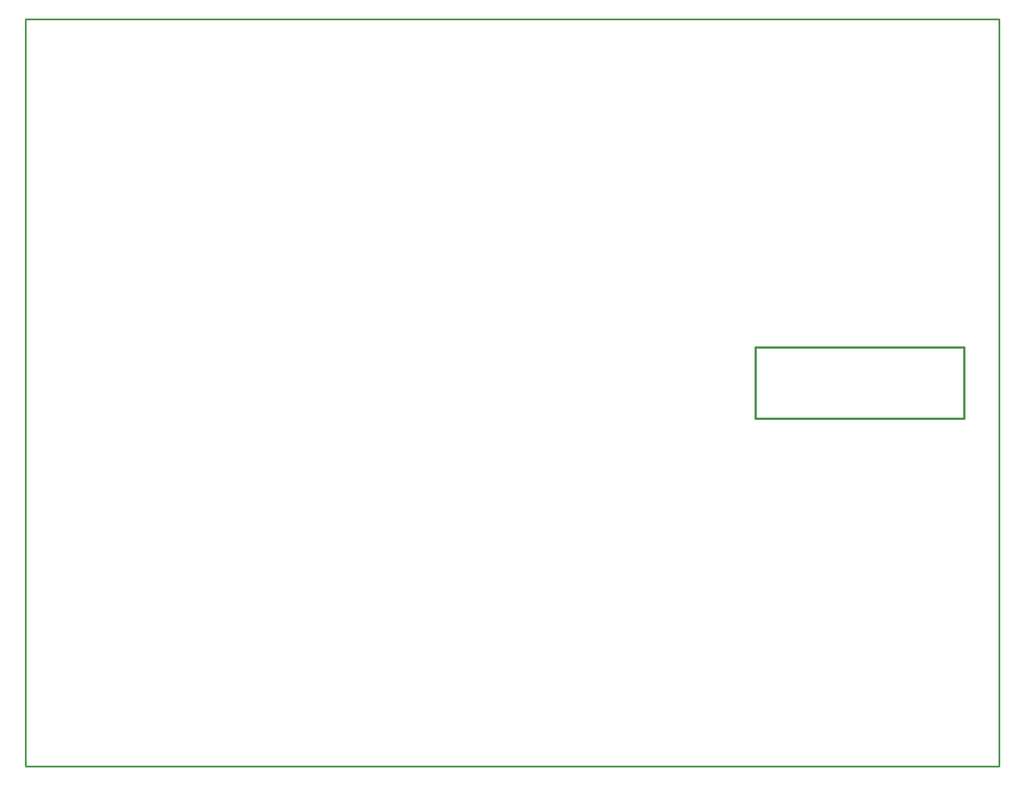
<source format=gbr>
G04 start of page 4 for group 2 idx 2 *
G04 Title: (unknown), outline *
G04 Creator: pcb 1.99z *
G04 CreationDate: Sat Nov 14 22:14:47 2015 UTC *
G04 For: commonadmin *
G04 Format: Gerber/RS-274X *
G04 PCB-Dimensions (mil): 5600.00 4300.00 *
G04 PCB-Coordinate-Origin: lower left *
%MOIN*%
%FSLAX25Y25*%
%LNOUTLINE*%
%ADD58C,0.0120*%
%ADD57C,0.0100*%
G54D57*X0Y0D02*X560000D01*
Y430000D01*
G54D58*X420000Y200000D02*Y241000D01*
X540000D01*
Y200000D01*
X420000D01*
G54D57*X0Y430000D02*Y0D01*
X560000Y430000D02*X0D01*
M02*

</source>
